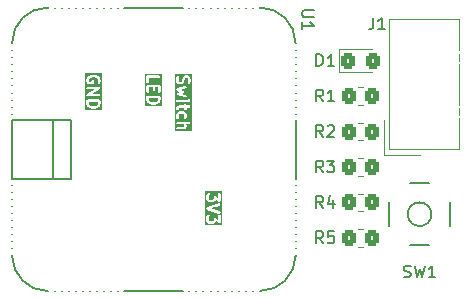
<source format=gbr>
G04 #@! TF.GenerationSoftware,KiCad,Pcbnew,7.0.8*
G04 #@! TF.CreationDate,2023-11-15T13:15:02+05:30*
G04 #@! TF.ProjectId,m5-atom-carrier-board,6d352d61-746f-46d2-9d63-617272696572,1*
G04 #@! TF.SameCoordinates,Original*
G04 #@! TF.FileFunction,Legend,Top*
G04 #@! TF.FilePolarity,Positive*
%FSLAX46Y46*%
G04 Gerber Fmt 4.6, Leading zero omitted, Abs format (unit mm)*
G04 Created by KiCad (PCBNEW 7.0.8) date 2023-11-15 13:15:02*
%MOMM*%
%LPD*%
G01*
G04 APERTURE LIST*
G04 Aperture macros list*
%AMRoundRect*
0 Rectangle with rounded corners*
0 $1 Rounding radius*
0 $2 $3 $4 $5 $6 $7 $8 $9 X,Y pos of 4 corners*
0 Add a 4 corners polygon primitive as box body*
4,1,4,$2,$3,$4,$5,$6,$7,$8,$9,$2,$3,0*
0 Add four circle primitives for the rounded corners*
1,1,$1+$1,$2,$3*
1,1,$1+$1,$4,$5*
1,1,$1+$1,$6,$7*
1,1,$1+$1,$8,$9*
0 Add four rect primitives between the rounded corners*
20,1,$1+$1,$2,$3,$4,$5,0*
20,1,$1+$1,$4,$5,$6,$7,0*
20,1,$1+$1,$6,$7,$8,$9,0*
20,1,$1+$1,$8,$9,$2,$3,0*%
G04 Aperture macros list end*
%ADD10C,0.200000*%
%ADD11C,0.150000*%
%ADD12C,0.120000*%
%ADD13RoundRect,0.250000X-0.350000X-0.450000X0.350000X-0.450000X0.350000X0.450000X-0.350000X0.450000X0*%
%ADD14RoundRect,0.250000X-0.325000X-0.450000X0.325000X-0.450000X0.325000X0.450000X-0.325000X0.450000X0*%
%ADD15RoundRect,0.250000X0.350000X0.450000X-0.350000X0.450000X-0.350000X-0.450000X0.350000X-0.450000X0*%
%ADD16R,1.800000X1.800000*%
%ADD17C,1.800000*%
%ADD18R,1.524000X1.524000*%
%ADD19C,1.524000*%
%ADD20R,1.100000X1.800000*%
G04 APERTURE END LIST*
D10*
G36*
X98291637Y-68945863D02*
G01*
X96805923Y-68945863D01*
X96805923Y-68512530D01*
X96948780Y-68512530D01*
X96955904Y-68534456D01*
X96959338Y-68557252D01*
X97006958Y-68652490D01*
X97018330Y-68664036D01*
X97025689Y-68678479D01*
X97073308Y-68726097D01*
X97087749Y-68733455D01*
X97099298Y-68744830D01*
X97194535Y-68792449D01*
X97217333Y-68795882D01*
X97239257Y-68803006D01*
X97477352Y-68803006D01*
X97499275Y-68795882D01*
X97522073Y-68792449D01*
X97617311Y-68744830D01*
X97628858Y-68733456D01*
X97643301Y-68726098D01*
X97690919Y-68678479D01*
X97698277Y-68664037D01*
X97709652Y-68652489D01*
X97749076Y-68573641D01*
X97982930Y-68778264D01*
X98001517Y-68786225D01*
X98017878Y-68798112D01*
X98029270Y-68798112D01*
X98039741Y-68802597D01*
X98059460Y-68798112D01*
X98079682Y-68798112D01*
X98088897Y-68791416D01*
X98100006Y-68788890D01*
X98113323Y-68773670D01*
X98129682Y-68761785D01*
X98133201Y-68750951D01*
X98140704Y-68742378D01*
X98142531Y-68722235D01*
X98148780Y-68703006D01*
X98148780Y-68083959D01*
X98129682Y-68025180D01*
X98079682Y-67988853D01*
X98017878Y-67988853D01*
X97967878Y-68025180D01*
X97948780Y-68083959D01*
X97948780Y-68482628D01*
X97733678Y-68294415D01*
X97715090Y-68286453D01*
X97698730Y-68274567D01*
X97687338Y-68274567D01*
X97676867Y-68270082D01*
X97657148Y-68274567D01*
X97636926Y-68274567D01*
X97627710Y-68281262D01*
X97616603Y-68283789D01*
X97603286Y-68299007D01*
X97586926Y-68310894D01*
X97583406Y-68321727D01*
X97575904Y-68330301D01*
X97574076Y-68350443D01*
X97567828Y-68369673D01*
X97567828Y-68488923D01*
X97538023Y-68548532D01*
X97513354Y-68573200D01*
X97453745Y-68603006D01*
X97262864Y-68603006D01*
X97203254Y-68573201D01*
X97178583Y-68548530D01*
X97148780Y-68488923D01*
X97148780Y-68250422D01*
X97178583Y-68190815D01*
X97214729Y-68154670D01*
X97242788Y-68099603D01*
X97233120Y-68038560D01*
X97189418Y-67994858D01*
X97128375Y-67985190D01*
X97073308Y-68013249D01*
X97025689Y-68060867D01*
X97018330Y-68075309D01*
X97006958Y-68086856D01*
X96959338Y-68182094D01*
X96955904Y-68204889D01*
X96948780Y-68226816D01*
X96948780Y-68512530D01*
X96805923Y-68512530D01*
X96805923Y-67513289D01*
X96948782Y-67513289D01*
X96958318Y-67541898D01*
X96967434Y-67570693D01*
X96968075Y-67571166D01*
X96968327Y-67571921D01*
X96992878Y-67589475D01*
X97017157Y-67607398D01*
X98017157Y-67940731D01*
X98078959Y-67941201D01*
X98129233Y-67905254D01*
X98148777Y-67846622D01*
X98130126Y-67787700D01*
X98080402Y-67750995D01*
X97365007Y-67512530D01*
X98080402Y-67274065D01*
X98130126Y-67237360D01*
X98148777Y-67178438D01*
X98129233Y-67119806D01*
X98078959Y-67083859D01*
X98017157Y-67084329D01*
X97017157Y-67417662D01*
X96992878Y-67435584D01*
X96968327Y-67453139D01*
X96968075Y-67453893D01*
X96967434Y-67454367D01*
X96958318Y-67483161D01*
X96948782Y-67511771D01*
X96949022Y-67512530D01*
X96948782Y-67513289D01*
X96805923Y-67513289D01*
X96805923Y-66703006D01*
X96948780Y-66703006D01*
X96955904Y-66724932D01*
X96959338Y-66747728D01*
X97006958Y-66842966D01*
X97018330Y-66854512D01*
X97025689Y-66868955D01*
X97073308Y-66916573D01*
X97087749Y-66923931D01*
X97099298Y-66935306D01*
X97194535Y-66982925D01*
X97217333Y-66986358D01*
X97239257Y-66993482D01*
X97477352Y-66993482D01*
X97499275Y-66986358D01*
X97522073Y-66982925D01*
X97617311Y-66935306D01*
X97628858Y-66923932D01*
X97643301Y-66916574D01*
X97690919Y-66868955D01*
X97698277Y-66854513D01*
X97709652Y-66842965D01*
X97749076Y-66764117D01*
X97982930Y-66968740D01*
X98001517Y-66976701D01*
X98017878Y-66988588D01*
X98029270Y-66988588D01*
X98039741Y-66993073D01*
X98059460Y-66988588D01*
X98079682Y-66988588D01*
X98088897Y-66981892D01*
X98100006Y-66979366D01*
X98113323Y-66964146D01*
X98129682Y-66952261D01*
X98133201Y-66941427D01*
X98140704Y-66932854D01*
X98142531Y-66912711D01*
X98148780Y-66893482D01*
X98148780Y-66274435D01*
X98129682Y-66215656D01*
X98079682Y-66179329D01*
X98017878Y-66179329D01*
X97967878Y-66215656D01*
X97948780Y-66274435D01*
X97948780Y-66673104D01*
X97733678Y-66484891D01*
X97715090Y-66476929D01*
X97698730Y-66465043D01*
X97687338Y-66465043D01*
X97676867Y-66460558D01*
X97657148Y-66465043D01*
X97636926Y-66465043D01*
X97627710Y-66471738D01*
X97616603Y-66474265D01*
X97603286Y-66489483D01*
X97586926Y-66501370D01*
X97583406Y-66512203D01*
X97575904Y-66520777D01*
X97574076Y-66540919D01*
X97567828Y-66560149D01*
X97567828Y-66679399D01*
X97538023Y-66739008D01*
X97513354Y-66763676D01*
X97453745Y-66793482D01*
X97262864Y-66793482D01*
X97203254Y-66763677D01*
X97178583Y-66739006D01*
X97148780Y-66679399D01*
X97148780Y-66440898D01*
X97178583Y-66381291D01*
X97214729Y-66345146D01*
X97242788Y-66290079D01*
X97233120Y-66229036D01*
X97189418Y-66185334D01*
X97128375Y-66175666D01*
X97073308Y-66203725D01*
X97025689Y-66251343D01*
X97018330Y-66265785D01*
X97006958Y-66277332D01*
X96959338Y-66372570D01*
X96955904Y-66395365D01*
X96948780Y-66417292D01*
X96948780Y-66703006D01*
X96805923Y-66703006D01*
X96805923Y-66032809D01*
X98291637Y-66032809D01*
X98291637Y-68945863D01*
G37*
G36*
X92868780Y-58275827D02*
G01*
X92833758Y-58380891D01*
X92766686Y-58447963D01*
X92695780Y-58483416D01*
X92527899Y-58525387D01*
X92409661Y-58525387D01*
X92241780Y-58483416D01*
X92170875Y-58447964D01*
X92103802Y-58380891D01*
X92068780Y-58275826D01*
X92068780Y-58153959D01*
X92868780Y-58153959D01*
X92868780Y-58275827D01*
G37*
G36*
X93211637Y-58868244D02*
G01*
X91725923Y-58868244D01*
X91725923Y-58292054D01*
X91868780Y-58292054D01*
X91873788Y-58307469D01*
X91873912Y-58323677D01*
X91921532Y-58466535D01*
X91935223Y-58485081D01*
X91945689Y-58505622D01*
X92040927Y-58600860D01*
X92055369Y-58608218D01*
X92066917Y-58619592D01*
X92162154Y-58667211D01*
X92173175Y-58668871D01*
X92182622Y-58674782D01*
X92373098Y-58722401D01*
X92385514Y-58721540D01*
X92397352Y-58725387D01*
X92540209Y-58725387D01*
X92552046Y-58721540D01*
X92564463Y-58722401D01*
X92754938Y-58674782D01*
X92764384Y-58668871D01*
X92775406Y-58667211D01*
X92870644Y-58619592D01*
X92882191Y-58608218D01*
X92896634Y-58600860D01*
X92991872Y-58505622D01*
X93002338Y-58485080D01*
X93016029Y-58466534D01*
X93063648Y-58323677D01*
X93063771Y-58307469D01*
X93068780Y-58292054D01*
X93068780Y-58053959D01*
X93063886Y-58038896D01*
X93063886Y-58023057D01*
X93054576Y-58010243D01*
X93049682Y-57995180D01*
X93036868Y-57985870D01*
X93027559Y-57973057D01*
X93012495Y-57968162D01*
X92999682Y-57958853D01*
X92983843Y-57958853D01*
X92968780Y-57953959D01*
X91968780Y-57953959D01*
X91953717Y-57958853D01*
X91937878Y-57958853D01*
X91925064Y-57968162D01*
X91910001Y-57973057D01*
X91900691Y-57985870D01*
X91887878Y-57995180D01*
X91882983Y-58010243D01*
X91873674Y-58023057D01*
X91873674Y-58038896D01*
X91868780Y-58053959D01*
X91868780Y-58292054D01*
X91725923Y-58292054D01*
X91725923Y-57625387D01*
X91868780Y-57625387D01*
X91887878Y-57684166D01*
X91937878Y-57720493D01*
X91999682Y-57720493D01*
X92049682Y-57684166D01*
X92068780Y-57625387D01*
X92068780Y-57249197D01*
X92392590Y-57249197D01*
X92392590Y-57482530D01*
X92411688Y-57541309D01*
X92461688Y-57577636D01*
X92523492Y-57577636D01*
X92573492Y-57541309D01*
X92592590Y-57482530D01*
X92592590Y-57249197D01*
X92868780Y-57249197D01*
X92868780Y-57625387D01*
X92887878Y-57684166D01*
X92937878Y-57720493D01*
X92999682Y-57720493D01*
X93049682Y-57684166D01*
X93068780Y-57625387D01*
X93068780Y-57149197D01*
X93063886Y-57134134D01*
X93063886Y-57118295D01*
X93054576Y-57105481D01*
X93049682Y-57090418D01*
X93036868Y-57081108D01*
X93027559Y-57068295D01*
X93012495Y-57063400D01*
X92999682Y-57054091D01*
X92983843Y-57054091D01*
X92968780Y-57049197D01*
X91968780Y-57049197D01*
X91953717Y-57054091D01*
X91937878Y-57054091D01*
X91925064Y-57063400D01*
X91910001Y-57068295D01*
X91900691Y-57081108D01*
X91887878Y-57090418D01*
X91882983Y-57105481D01*
X91873674Y-57118295D01*
X91873674Y-57134134D01*
X91868780Y-57149197D01*
X91868780Y-57625387D01*
X91725923Y-57625387D01*
X91725923Y-56815863D01*
X91868780Y-56815863D01*
X91887878Y-56874642D01*
X91937878Y-56910969D01*
X91999682Y-56910969D01*
X92049682Y-56874642D01*
X92068780Y-56815863D01*
X92068780Y-56439673D01*
X92968780Y-56439673D01*
X93027559Y-56420575D01*
X93063886Y-56370575D01*
X93063886Y-56308771D01*
X93027559Y-56258771D01*
X92968780Y-56239673D01*
X91968780Y-56239673D01*
X91953717Y-56244567D01*
X91937878Y-56244567D01*
X91925064Y-56253876D01*
X91910001Y-56258771D01*
X91900691Y-56271584D01*
X91887878Y-56280894D01*
X91882983Y-56295957D01*
X91873674Y-56308771D01*
X91873674Y-56324610D01*
X91868780Y-56339673D01*
X91868780Y-56815863D01*
X91725923Y-56815863D01*
X91725923Y-56096816D01*
X93211637Y-56096816D01*
X93211637Y-58868244D01*
G37*
G36*
X87788780Y-58609160D02*
G01*
X87753758Y-58714224D01*
X87686686Y-58781296D01*
X87615780Y-58816749D01*
X87447899Y-58858720D01*
X87329661Y-58858720D01*
X87161780Y-58816749D01*
X87090875Y-58781297D01*
X87023802Y-58714224D01*
X86988780Y-58609159D01*
X86988780Y-58487292D01*
X87788780Y-58487292D01*
X87788780Y-58609160D01*
G37*
G36*
X88131637Y-59201577D02*
G01*
X86645923Y-59201577D01*
X86645923Y-58625387D01*
X86788780Y-58625387D01*
X86793788Y-58640802D01*
X86793912Y-58657010D01*
X86841532Y-58799868D01*
X86855223Y-58818414D01*
X86865689Y-58838955D01*
X86960927Y-58934193D01*
X86975369Y-58941551D01*
X86986917Y-58952925D01*
X87082154Y-59000544D01*
X87093175Y-59002204D01*
X87102622Y-59008115D01*
X87293098Y-59055734D01*
X87305514Y-59054873D01*
X87317352Y-59058720D01*
X87460209Y-59058720D01*
X87472046Y-59054873D01*
X87484463Y-59055734D01*
X87674938Y-59008115D01*
X87684384Y-59002204D01*
X87695406Y-59000544D01*
X87790644Y-58952925D01*
X87802191Y-58941551D01*
X87816634Y-58934193D01*
X87911872Y-58838955D01*
X87922338Y-58818413D01*
X87936029Y-58799867D01*
X87983648Y-58657010D01*
X87983771Y-58640802D01*
X87988780Y-58625387D01*
X87988780Y-58387292D01*
X87983886Y-58372229D01*
X87983886Y-58356390D01*
X87974576Y-58343576D01*
X87969682Y-58328513D01*
X87956868Y-58319203D01*
X87947559Y-58306390D01*
X87932495Y-58301495D01*
X87919682Y-58292186D01*
X87903843Y-58292186D01*
X87888780Y-58287292D01*
X86888780Y-58287292D01*
X86873717Y-58292186D01*
X86857878Y-58292186D01*
X86845064Y-58301495D01*
X86830001Y-58306390D01*
X86820691Y-58319203D01*
X86807878Y-58328513D01*
X86802983Y-58343576D01*
X86793674Y-58356390D01*
X86793674Y-58372229D01*
X86788780Y-58387292D01*
X86788780Y-58625387D01*
X86645923Y-58625387D01*
X86645923Y-57931456D01*
X86790873Y-57931456D01*
X86793674Y-57936357D01*
X86793674Y-57942003D01*
X86808785Y-57962802D01*
X86821537Y-57985117D01*
X86826682Y-57987435D01*
X86830001Y-57992003D01*
X86854447Y-57999946D01*
X86877884Y-58010506D01*
X86883411Y-58009356D01*
X86888780Y-58011101D01*
X87888780Y-58011101D01*
X87947559Y-57992003D01*
X87983886Y-57942003D01*
X87983886Y-57880199D01*
X87947559Y-57830199D01*
X87888780Y-57811101D01*
X87265336Y-57811101D01*
X87938394Y-57426497D01*
X87942189Y-57422319D01*
X87947559Y-57420575D01*
X87962670Y-57399776D01*
X87979953Y-57380753D01*
X87980568Y-57375141D01*
X87983886Y-57370575D01*
X87983886Y-57344871D01*
X87986687Y-57319318D01*
X87983886Y-57314416D01*
X87983886Y-57308771D01*
X87968777Y-57287975D01*
X87956024Y-57265657D01*
X87950877Y-57263337D01*
X87947559Y-57258771D01*
X87923113Y-57250828D01*
X87899676Y-57240268D01*
X87894148Y-57241417D01*
X87888780Y-57239673D01*
X86888780Y-57239673D01*
X86830001Y-57258771D01*
X86793674Y-57308771D01*
X86793674Y-57370575D01*
X86830001Y-57420575D01*
X86888780Y-57439673D01*
X87512224Y-57439673D01*
X86839166Y-57824277D01*
X86835370Y-57828454D01*
X86830001Y-57830199D01*
X86814889Y-57850997D01*
X86797607Y-57870021D01*
X86796991Y-57875632D01*
X86793674Y-57880199D01*
X86793674Y-57905902D01*
X86790873Y-57931456D01*
X86645923Y-57931456D01*
X86645923Y-56720625D01*
X86788780Y-56720625D01*
X86793788Y-56736040D01*
X86793912Y-56752248D01*
X86841532Y-56895106D01*
X86855223Y-56913652D01*
X86865689Y-56934193D01*
X86913308Y-56981811D01*
X86920496Y-56985473D01*
X86925240Y-56992003D01*
X86947512Y-56999239D01*
X86968375Y-57009870D01*
X86976345Y-57008607D01*
X86984019Y-57011101D01*
X87317352Y-57011101D01*
X87332415Y-57006207D01*
X87348254Y-57006207D01*
X87361067Y-56996897D01*
X87376131Y-56992003D01*
X87385440Y-56979189D01*
X87398254Y-56969880D01*
X87403148Y-56954816D01*
X87412458Y-56942003D01*
X87412458Y-56926163D01*
X87417352Y-56911101D01*
X87417352Y-56720625D01*
X87398254Y-56661846D01*
X87348254Y-56625519D01*
X87286450Y-56625519D01*
X87236450Y-56661846D01*
X87217352Y-56720625D01*
X87217352Y-56811101D01*
X87025441Y-56811101D01*
X87023802Y-56809462D01*
X86988780Y-56704397D01*
X86988780Y-56641614D01*
X87023802Y-56536549D01*
X87090875Y-56469477D01*
X87161780Y-56434024D01*
X87329661Y-56392054D01*
X87447899Y-56392054D01*
X87615780Y-56434024D01*
X87686686Y-56469477D01*
X87753758Y-56536549D01*
X87788780Y-56641613D01*
X87788780Y-56744637D01*
X87751718Y-56818761D01*
X87742513Y-56879875D01*
X87770989Y-56934728D01*
X87826268Y-56962367D01*
X87887235Y-56952236D01*
X87930604Y-56908203D01*
X87978223Y-56812966D01*
X87981656Y-56790167D01*
X87988780Y-56768244D01*
X87988780Y-56625387D01*
X87983771Y-56609971D01*
X87983648Y-56593764D01*
X87936029Y-56450907D01*
X87922338Y-56432360D01*
X87911872Y-56411819D01*
X87816634Y-56316581D01*
X87802191Y-56309222D01*
X87790644Y-56297849D01*
X87695406Y-56250230D01*
X87684384Y-56248569D01*
X87674938Y-56242659D01*
X87484463Y-56195040D01*
X87472046Y-56195900D01*
X87460209Y-56192054D01*
X87317352Y-56192054D01*
X87305514Y-56195900D01*
X87293098Y-56195040D01*
X87102622Y-56242659D01*
X87093175Y-56248569D01*
X87082154Y-56250230D01*
X86986917Y-56297849D01*
X86975369Y-56309222D01*
X86960927Y-56316581D01*
X86865689Y-56411819D01*
X86855223Y-56432359D01*
X86841532Y-56450906D01*
X86793912Y-56593764D01*
X86793788Y-56609971D01*
X86788780Y-56625387D01*
X86788780Y-56720625D01*
X86645923Y-56720625D01*
X86645923Y-56049197D01*
X88131637Y-56049197D01*
X88131637Y-59201577D01*
G37*
G36*
X95751637Y-60965863D02*
G01*
X94265923Y-60965863D01*
X94265923Y-60753908D01*
X94413674Y-60753908D01*
X94450001Y-60803908D01*
X94508780Y-60823006D01*
X95032590Y-60823006D01*
X95054513Y-60815882D01*
X95077311Y-60812449D01*
X95172549Y-60764830D01*
X95173115Y-60764271D01*
X95173902Y-60764141D01*
X95195079Y-60742638D01*
X95216582Y-60721461D01*
X95216712Y-60720674D01*
X95217271Y-60720108D01*
X95264890Y-60624871D01*
X95268323Y-60602072D01*
X95275447Y-60580149D01*
X95275447Y-60437292D01*
X95268323Y-60415368D01*
X95265171Y-60394435D01*
X95508780Y-60394435D01*
X95567559Y-60375337D01*
X95603886Y-60325337D01*
X95603886Y-60263533D01*
X95567559Y-60213533D01*
X95508780Y-60194435D01*
X94508780Y-60194435D01*
X94450001Y-60213533D01*
X94413674Y-60263533D01*
X94413674Y-60325337D01*
X94450001Y-60375337D01*
X94508780Y-60394435D01*
X95038788Y-60394435D01*
X95045642Y-60401289D01*
X95075447Y-60460899D01*
X95075447Y-60556542D01*
X95053292Y-60600850D01*
X95008983Y-60623006D01*
X94508780Y-60623006D01*
X94450001Y-60642104D01*
X94413674Y-60692104D01*
X94413674Y-60753908D01*
X94265923Y-60753908D01*
X94265923Y-59770625D01*
X94408780Y-59770625D01*
X94415904Y-59792551D01*
X94419338Y-59815347D01*
X94466958Y-59910585D01*
X94510327Y-59954618D01*
X94571294Y-59964748D01*
X94626573Y-59937108D01*
X94655048Y-59882255D01*
X94645842Y-59821141D01*
X94608780Y-59747018D01*
X94608780Y-59603755D01*
X94638583Y-59544148D01*
X94663254Y-59519477D01*
X94722864Y-59489673D01*
X94961364Y-59489673D01*
X95020973Y-59519478D01*
X95045642Y-59544146D01*
X95075447Y-59603756D01*
X95075447Y-59747018D01*
X95038385Y-59821142D01*
X95029180Y-59882256D01*
X95057656Y-59937109D01*
X95112935Y-59964748D01*
X95173902Y-59954617D01*
X95217271Y-59910584D01*
X95264890Y-59815347D01*
X95268323Y-59792548D01*
X95275447Y-59770625D01*
X95275447Y-59580149D01*
X95268323Y-59558225D01*
X95264890Y-59535427D01*
X95217271Y-59440190D01*
X95205896Y-59428641D01*
X95198538Y-59414200D01*
X95150920Y-59366581D01*
X95136477Y-59359222D01*
X95124930Y-59347849D01*
X95029692Y-59300230D01*
X95006894Y-59296796D01*
X94984971Y-59289673D01*
X94699257Y-59289673D01*
X94677333Y-59296796D01*
X94654535Y-59300230D01*
X94559298Y-59347849D01*
X94547749Y-59359223D01*
X94533308Y-59366582D01*
X94485689Y-59414200D01*
X94478330Y-59428642D01*
X94466958Y-59440189D01*
X94419338Y-59535427D01*
X94415904Y-59558222D01*
X94408780Y-59580149D01*
X94408780Y-59770625D01*
X94265923Y-59770625D01*
X94265923Y-59103958D01*
X94408780Y-59103958D01*
X94427878Y-59162737D01*
X94477878Y-59199064D01*
X94539682Y-59199064D01*
X94589682Y-59162737D01*
X94608780Y-59103958D01*
X94608780Y-59032326D01*
X94630934Y-58988018D01*
X94675245Y-58965863D01*
X95075447Y-58965863D01*
X95075447Y-59103958D01*
X95094545Y-59162737D01*
X95144545Y-59199064D01*
X95206349Y-59199064D01*
X95256349Y-59162737D01*
X95275447Y-59103958D01*
X95275447Y-58965863D01*
X95508780Y-58965863D01*
X95567559Y-58946765D01*
X95603886Y-58896765D01*
X95603886Y-58834961D01*
X95567559Y-58784961D01*
X95508780Y-58765863D01*
X95275447Y-58765863D01*
X95275447Y-58723006D01*
X95256349Y-58664227D01*
X95206349Y-58627900D01*
X95144545Y-58627900D01*
X95094545Y-58664227D01*
X95075447Y-58723006D01*
X95075447Y-58765863D01*
X94651638Y-58765863D01*
X94629714Y-58772986D01*
X94606916Y-58776420D01*
X94511679Y-58824039D01*
X94511113Y-58824596D01*
X94510327Y-58824727D01*
X94489148Y-58846229D01*
X94467646Y-58867408D01*
X94467515Y-58868194D01*
X94466958Y-58868760D01*
X94419338Y-58963998D01*
X94415904Y-58986793D01*
X94408780Y-59008720D01*
X94408780Y-59103958D01*
X94265923Y-59103958D01*
X94265923Y-58420575D01*
X94413674Y-58420575D01*
X94450001Y-58470575D01*
X94508780Y-58489673D01*
X95175447Y-58489673D01*
X95234226Y-58470575D01*
X95270553Y-58420575D01*
X95270553Y-58405316D01*
X95314773Y-58405316D01*
X95318436Y-58412505D01*
X95318436Y-58420575D01*
X95323178Y-58427102D01*
X95324441Y-58435072D01*
X95335640Y-58446271D01*
X95342831Y-58460384D01*
X95390450Y-58508002D01*
X95404561Y-58515192D01*
X95415762Y-58526393D01*
X95431405Y-58528870D01*
X95445517Y-58536061D01*
X95461160Y-58533583D01*
X95476804Y-58536061D01*
X95490916Y-58528870D01*
X95506560Y-58526393D01*
X95517759Y-58515193D01*
X95531872Y-58508003D01*
X95579490Y-58460384D01*
X95586680Y-58446272D01*
X95597881Y-58435072D01*
X95599143Y-58427103D01*
X95603886Y-58420575D01*
X95603886Y-58412505D01*
X95607549Y-58405317D01*
X95605071Y-58389673D01*
X95607549Y-58374029D01*
X95603886Y-58366840D01*
X95603886Y-58358771D01*
X95599143Y-58352242D01*
X95597881Y-58344274D01*
X95586680Y-58333073D01*
X95579490Y-58318962D01*
X95531872Y-58271343D01*
X95517759Y-58264152D01*
X95506560Y-58252953D01*
X95490916Y-58250475D01*
X95476804Y-58243285D01*
X95461160Y-58245762D01*
X95445517Y-58243285D01*
X95431405Y-58250475D01*
X95415762Y-58252953D01*
X95404561Y-58264153D01*
X95390450Y-58271344D01*
X95342831Y-58318962D01*
X95335640Y-58333074D01*
X95324441Y-58344274D01*
X95323178Y-58352243D01*
X95318436Y-58358771D01*
X95318436Y-58366840D01*
X95314773Y-58374030D01*
X95317250Y-58389673D01*
X95314773Y-58405316D01*
X95270553Y-58405316D01*
X95270553Y-58358771D01*
X95234226Y-58308771D01*
X95175447Y-58289673D01*
X94508780Y-58289673D01*
X94450001Y-58308771D01*
X94413674Y-58358771D01*
X94413674Y-58420575D01*
X94265923Y-58420575D01*
X94265923Y-57821829D01*
X94408844Y-57821829D01*
X94409391Y-57823327D01*
X94409000Y-57824874D01*
X94419935Y-57852212D01*
X94430037Y-57879885D01*
X94431360Y-57880775D01*
X94431953Y-57882257D01*
X94456896Y-57897964D01*
X94481308Y-57914396D01*
X95147975Y-58104872D01*
X95209739Y-58102657D01*
X95258404Y-58064561D01*
X95275383Y-58005135D01*
X95254190Y-57947079D01*
X95202919Y-57912568D01*
X94817516Y-57802453D01*
X95022110Y-57720616D01*
X95040996Y-57704879D01*
X95061798Y-57691781D01*
X95064337Y-57685431D01*
X95069592Y-57681054D01*
X95075621Y-57657221D01*
X95084751Y-57634398D01*
X95083073Y-57627768D01*
X95084751Y-57621138D01*
X95075621Y-57598314D01*
X95069592Y-57574482D01*
X95064337Y-57570104D01*
X95061798Y-57563755D01*
X95040996Y-57550656D01*
X95022110Y-57534920D01*
X94817516Y-57453082D01*
X95202919Y-57342968D01*
X95254190Y-57308457D01*
X95275383Y-57250401D01*
X95258404Y-57190975D01*
X95209739Y-57152879D01*
X95147975Y-57150664D01*
X94481308Y-57341140D01*
X94456896Y-57357571D01*
X94431953Y-57373279D01*
X94431360Y-57374760D01*
X94430037Y-57375651D01*
X94419935Y-57403323D01*
X94409000Y-57430662D01*
X94409391Y-57432208D01*
X94408844Y-57433707D01*
X94416935Y-57462026D01*
X94424159Y-57490578D01*
X94425384Y-57491599D01*
X94425823Y-57493133D01*
X94449018Y-57511290D01*
X94471641Y-57530140D01*
X94715711Y-57627768D01*
X94471641Y-57725396D01*
X94449018Y-57744245D01*
X94425823Y-57762403D01*
X94425384Y-57763936D01*
X94424159Y-57764958D01*
X94416935Y-57793509D01*
X94408844Y-57821829D01*
X94265923Y-57821829D01*
X94265923Y-56723006D01*
X94408780Y-56723006D01*
X94415904Y-56744932D01*
X94419338Y-56767728D01*
X94466958Y-56862966D01*
X94478330Y-56874512D01*
X94485689Y-56888955D01*
X94533308Y-56936573D01*
X94547749Y-56943931D01*
X94559298Y-56955306D01*
X94654535Y-57002925D01*
X94677333Y-57006358D01*
X94699257Y-57013482D01*
X94794495Y-57013482D01*
X94816418Y-57006358D01*
X94839216Y-57002925D01*
X94934454Y-56955306D01*
X94946001Y-56943932D01*
X94960444Y-56936574D01*
X95008062Y-56888955D01*
X95015420Y-56874513D01*
X95026795Y-56862965D01*
X95074414Y-56767728D01*
X95076074Y-56756706D01*
X95081985Y-56747260D01*
X95126941Y-56567434D01*
X95162395Y-56496527D01*
X95187063Y-56471858D01*
X95246673Y-56442054D01*
X95294697Y-56442054D01*
X95354306Y-56471859D01*
X95378975Y-56496527D01*
X95408780Y-56556137D01*
X95408780Y-56754398D01*
X95366293Y-56881859D01*
X95365823Y-56943661D01*
X95401770Y-56993935D01*
X95460402Y-57013480D01*
X95519324Y-56994828D01*
X95556029Y-56945105D01*
X95603648Y-56802248D01*
X95603771Y-56786040D01*
X95608780Y-56770625D01*
X95608780Y-56532530D01*
X95601656Y-56510606D01*
X95598223Y-56487808D01*
X95550604Y-56392571D01*
X95539229Y-56381022D01*
X95531871Y-56366581D01*
X95484253Y-56318962D01*
X95469810Y-56311603D01*
X95458263Y-56300230D01*
X95363025Y-56252611D01*
X95340227Y-56249177D01*
X95318304Y-56242054D01*
X95223066Y-56242054D01*
X95201142Y-56249177D01*
X95178344Y-56252611D01*
X95083107Y-56300230D01*
X95071558Y-56311604D01*
X95057117Y-56318963D01*
X95009498Y-56366581D01*
X95002139Y-56381023D01*
X94990766Y-56392571D01*
X94943147Y-56487809D01*
X94941486Y-56498830D01*
X94935576Y-56508277D01*
X94890619Y-56688101D01*
X94855166Y-56759008D01*
X94830497Y-56783676D01*
X94770888Y-56813482D01*
X94722864Y-56813482D01*
X94663254Y-56783677D01*
X94638583Y-56759006D01*
X94608780Y-56699399D01*
X94608780Y-56501138D01*
X94651268Y-56373677D01*
X94651738Y-56311875D01*
X94615792Y-56261601D01*
X94557160Y-56242056D01*
X94498238Y-56260707D01*
X94461532Y-56310430D01*
X94413912Y-56453288D01*
X94413788Y-56469495D01*
X94408780Y-56484911D01*
X94408780Y-56723006D01*
X94265923Y-56723006D01*
X94265923Y-56099197D01*
X95751637Y-56099197D01*
X95751637Y-60965863D01*
G37*
D11*
X106833333Y-64454819D02*
X106500000Y-63978628D01*
X106261905Y-64454819D02*
X106261905Y-63454819D01*
X106261905Y-63454819D02*
X106642857Y-63454819D01*
X106642857Y-63454819D02*
X106738095Y-63502438D01*
X106738095Y-63502438D02*
X106785714Y-63550057D01*
X106785714Y-63550057D02*
X106833333Y-63645295D01*
X106833333Y-63645295D02*
X106833333Y-63788152D01*
X106833333Y-63788152D02*
X106785714Y-63883390D01*
X106785714Y-63883390D02*
X106738095Y-63931009D01*
X106738095Y-63931009D02*
X106642857Y-63978628D01*
X106642857Y-63978628D02*
X106261905Y-63978628D01*
X107166667Y-63454819D02*
X107785714Y-63454819D01*
X107785714Y-63454819D02*
X107452381Y-63835771D01*
X107452381Y-63835771D02*
X107595238Y-63835771D01*
X107595238Y-63835771D02*
X107690476Y-63883390D01*
X107690476Y-63883390D02*
X107738095Y-63931009D01*
X107738095Y-63931009D02*
X107785714Y-64026247D01*
X107785714Y-64026247D02*
X107785714Y-64264342D01*
X107785714Y-64264342D02*
X107738095Y-64359580D01*
X107738095Y-64359580D02*
X107690476Y-64407200D01*
X107690476Y-64407200D02*
X107595238Y-64454819D01*
X107595238Y-64454819D02*
X107309524Y-64454819D01*
X107309524Y-64454819D02*
X107214286Y-64407200D01*
X107214286Y-64407200D02*
X107166667Y-64359580D01*
X106261905Y-55454819D02*
X106261905Y-54454819D01*
X106261905Y-54454819D02*
X106500000Y-54454819D01*
X106500000Y-54454819D02*
X106642857Y-54502438D01*
X106642857Y-54502438D02*
X106738095Y-54597676D01*
X106738095Y-54597676D02*
X106785714Y-54692914D01*
X106785714Y-54692914D02*
X106833333Y-54883390D01*
X106833333Y-54883390D02*
X106833333Y-55026247D01*
X106833333Y-55026247D02*
X106785714Y-55216723D01*
X106785714Y-55216723D02*
X106738095Y-55311961D01*
X106738095Y-55311961D02*
X106642857Y-55407200D01*
X106642857Y-55407200D02*
X106500000Y-55454819D01*
X106500000Y-55454819D02*
X106261905Y-55454819D01*
X107785714Y-55454819D02*
X107214286Y-55454819D01*
X107500000Y-55454819D02*
X107500000Y-54454819D01*
X107500000Y-54454819D02*
X107404762Y-54597676D01*
X107404762Y-54597676D02*
X107309524Y-54692914D01*
X107309524Y-54692914D02*
X107214286Y-54740533D01*
X106833333Y-70454819D02*
X106500000Y-69978628D01*
X106261905Y-70454819D02*
X106261905Y-69454819D01*
X106261905Y-69454819D02*
X106642857Y-69454819D01*
X106642857Y-69454819D02*
X106738095Y-69502438D01*
X106738095Y-69502438D02*
X106785714Y-69550057D01*
X106785714Y-69550057D02*
X106833333Y-69645295D01*
X106833333Y-69645295D02*
X106833333Y-69788152D01*
X106833333Y-69788152D02*
X106785714Y-69883390D01*
X106785714Y-69883390D02*
X106738095Y-69931009D01*
X106738095Y-69931009D02*
X106642857Y-69978628D01*
X106642857Y-69978628D02*
X106261905Y-69978628D01*
X107738095Y-69454819D02*
X107261905Y-69454819D01*
X107261905Y-69454819D02*
X107214286Y-69931009D01*
X107214286Y-69931009D02*
X107261905Y-69883390D01*
X107261905Y-69883390D02*
X107357143Y-69835771D01*
X107357143Y-69835771D02*
X107595238Y-69835771D01*
X107595238Y-69835771D02*
X107690476Y-69883390D01*
X107690476Y-69883390D02*
X107738095Y-69931009D01*
X107738095Y-69931009D02*
X107785714Y-70026247D01*
X107785714Y-70026247D02*
X107785714Y-70264342D01*
X107785714Y-70264342D02*
X107738095Y-70359580D01*
X107738095Y-70359580D02*
X107690476Y-70407200D01*
X107690476Y-70407200D02*
X107595238Y-70454819D01*
X107595238Y-70454819D02*
X107357143Y-70454819D01*
X107357143Y-70454819D02*
X107261905Y-70407200D01*
X107261905Y-70407200D02*
X107214286Y-70359580D01*
X106833333Y-61454819D02*
X106500000Y-60978628D01*
X106261905Y-61454819D02*
X106261905Y-60454819D01*
X106261905Y-60454819D02*
X106642857Y-60454819D01*
X106642857Y-60454819D02*
X106738095Y-60502438D01*
X106738095Y-60502438D02*
X106785714Y-60550057D01*
X106785714Y-60550057D02*
X106833333Y-60645295D01*
X106833333Y-60645295D02*
X106833333Y-60788152D01*
X106833333Y-60788152D02*
X106785714Y-60883390D01*
X106785714Y-60883390D02*
X106738095Y-60931009D01*
X106738095Y-60931009D02*
X106642857Y-60978628D01*
X106642857Y-60978628D02*
X106261905Y-60978628D01*
X107214286Y-60550057D02*
X107261905Y-60502438D01*
X107261905Y-60502438D02*
X107357143Y-60454819D01*
X107357143Y-60454819D02*
X107595238Y-60454819D01*
X107595238Y-60454819D02*
X107690476Y-60502438D01*
X107690476Y-60502438D02*
X107738095Y-60550057D01*
X107738095Y-60550057D02*
X107785714Y-60645295D01*
X107785714Y-60645295D02*
X107785714Y-60740533D01*
X107785714Y-60740533D02*
X107738095Y-60883390D01*
X107738095Y-60883390D02*
X107166667Y-61454819D01*
X107166667Y-61454819D02*
X107785714Y-61454819D01*
X106045180Y-50738095D02*
X105235657Y-50738095D01*
X105235657Y-50738095D02*
X105140419Y-50785714D01*
X105140419Y-50785714D02*
X105092800Y-50833333D01*
X105092800Y-50833333D02*
X105045180Y-50928571D01*
X105045180Y-50928571D02*
X105045180Y-51119047D01*
X105045180Y-51119047D02*
X105092800Y-51214285D01*
X105092800Y-51214285D02*
X105140419Y-51261904D01*
X105140419Y-51261904D02*
X105235657Y-51309523D01*
X105235657Y-51309523D02*
X106045180Y-51309523D01*
X105045180Y-52309523D02*
X105045180Y-51738095D01*
X105045180Y-52023809D02*
X106045180Y-52023809D01*
X106045180Y-52023809D02*
X105902323Y-51928571D01*
X105902323Y-51928571D02*
X105807085Y-51833333D01*
X105807085Y-51833333D02*
X105759466Y-51738095D01*
X111066666Y-51354819D02*
X111066666Y-52069104D01*
X111066666Y-52069104D02*
X111019047Y-52211961D01*
X111019047Y-52211961D02*
X110923809Y-52307200D01*
X110923809Y-52307200D02*
X110780952Y-52354819D01*
X110780952Y-52354819D02*
X110685714Y-52354819D01*
X112066666Y-52354819D02*
X111495238Y-52354819D01*
X111780952Y-52354819D02*
X111780952Y-51354819D01*
X111780952Y-51354819D02*
X111685714Y-51497676D01*
X111685714Y-51497676D02*
X111590476Y-51592914D01*
X111590476Y-51592914D02*
X111495238Y-51640533D01*
X106833333Y-58454819D02*
X106500000Y-57978628D01*
X106261905Y-58454819D02*
X106261905Y-57454819D01*
X106261905Y-57454819D02*
X106642857Y-57454819D01*
X106642857Y-57454819D02*
X106738095Y-57502438D01*
X106738095Y-57502438D02*
X106785714Y-57550057D01*
X106785714Y-57550057D02*
X106833333Y-57645295D01*
X106833333Y-57645295D02*
X106833333Y-57788152D01*
X106833333Y-57788152D02*
X106785714Y-57883390D01*
X106785714Y-57883390D02*
X106738095Y-57931009D01*
X106738095Y-57931009D02*
X106642857Y-57978628D01*
X106642857Y-57978628D02*
X106261905Y-57978628D01*
X107785714Y-58454819D02*
X107214286Y-58454819D01*
X107500000Y-58454819D02*
X107500000Y-57454819D01*
X107500000Y-57454819D02*
X107404762Y-57597676D01*
X107404762Y-57597676D02*
X107309524Y-57692914D01*
X107309524Y-57692914D02*
X107214286Y-57740533D01*
X106833333Y-67454819D02*
X106500000Y-66978628D01*
X106261905Y-67454819D02*
X106261905Y-66454819D01*
X106261905Y-66454819D02*
X106642857Y-66454819D01*
X106642857Y-66454819D02*
X106738095Y-66502438D01*
X106738095Y-66502438D02*
X106785714Y-66550057D01*
X106785714Y-66550057D02*
X106833333Y-66645295D01*
X106833333Y-66645295D02*
X106833333Y-66788152D01*
X106833333Y-66788152D02*
X106785714Y-66883390D01*
X106785714Y-66883390D02*
X106738095Y-66931009D01*
X106738095Y-66931009D02*
X106642857Y-66978628D01*
X106642857Y-66978628D02*
X106261905Y-66978628D01*
X107690476Y-66788152D02*
X107690476Y-67454819D01*
X107452381Y-66407200D02*
X107214286Y-67121485D01*
X107214286Y-67121485D02*
X107833333Y-67121485D01*
X113666667Y-73307200D02*
X113809524Y-73354819D01*
X113809524Y-73354819D02*
X114047619Y-73354819D01*
X114047619Y-73354819D02*
X114142857Y-73307200D01*
X114142857Y-73307200D02*
X114190476Y-73259580D01*
X114190476Y-73259580D02*
X114238095Y-73164342D01*
X114238095Y-73164342D02*
X114238095Y-73069104D01*
X114238095Y-73069104D02*
X114190476Y-72973866D01*
X114190476Y-72973866D02*
X114142857Y-72926247D01*
X114142857Y-72926247D02*
X114047619Y-72878628D01*
X114047619Y-72878628D02*
X113857143Y-72831009D01*
X113857143Y-72831009D02*
X113761905Y-72783390D01*
X113761905Y-72783390D02*
X113714286Y-72735771D01*
X113714286Y-72735771D02*
X113666667Y-72640533D01*
X113666667Y-72640533D02*
X113666667Y-72545295D01*
X113666667Y-72545295D02*
X113714286Y-72450057D01*
X113714286Y-72450057D02*
X113761905Y-72402438D01*
X113761905Y-72402438D02*
X113857143Y-72354819D01*
X113857143Y-72354819D02*
X114095238Y-72354819D01*
X114095238Y-72354819D02*
X114238095Y-72402438D01*
X114571429Y-72354819D02*
X114809524Y-73354819D01*
X114809524Y-73354819D02*
X115000000Y-72640533D01*
X115000000Y-72640533D02*
X115190476Y-73354819D01*
X115190476Y-73354819D02*
X115428572Y-72354819D01*
X116333333Y-73354819D02*
X115761905Y-73354819D01*
X116047619Y-73354819D02*
X116047619Y-72354819D01*
X116047619Y-72354819D02*
X115952381Y-72497676D01*
X115952381Y-72497676D02*
X115857143Y-72592914D01*
X115857143Y-72592914D02*
X115761905Y-72640533D01*
D12*
X109772936Y-63265000D02*
X110227064Y-63265000D01*
X109772936Y-64735000D02*
X110227064Y-64735000D01*
X108140000Y-54040000D02*
X108140000Y-55960000D01*
X108140000Y-55960000D02*
X111000000Y-55960000D01*
X111000000Y-54040000D02*
X108140000Y-54040000D01*
X110227064Y-70735000D02*
X109772936Y-70735000D01*
X110227064Y-69265000D02*
X109772936Y-69265000D01*
X110227064Y-61735000D02*
X109772936Y-61735000D01*
X110227064Y-60265000D02*
X109772936Y-60265000D01*
D11*
X101500000Y-50500000D02*
X101500000Y-50500000D01*
X100900000Y-50500000D02*
X100900000Y-50500000D01*
X100300000Y-50500000D02*
X100300000Y-50500000D01*
X99700000Y-50500000D02*
X99700000Y-50500000D01*
X99100000Y-50500000D02*
X99100000Y-50500000D01*
X98500000Y-50500000D02*
X98500000Y-50500000D01*
X97900000Y-50500000D02*
X97900000Y-50500000D01*
X97300000Y-50500000D02*
X97300000Y-50500000D01*
X96700000Y-50500000D02*
X96700000Y-50500000D01*
X96100000Y-50500000D02*
X96100000Y-50500000D01*
X95500000Y-50500000D02*
X95500000Y-50500000D01*
X94900000Y-50500000D02*
X94900000Y-50500000D01*
X94300000Y-50500000D02*
X94300000Y-50500000D01*
X93700000Y-50500000D02*
X93700000Y-50500000D01*
X93100000Y-50500000D02*
X93100000Y-50500000D01*
X92500000Y-50500000D02*
X92500000Y-50500000D01*
X91900000Y-50500000D02*
X91900000Y-50500000D01*
X91300000Y-50500000D02*
X91300000Y-50500000D01*
X90700000Y-50500000D02*
X90700000Y-50500000D01*
X90100000Y-50500000D02*
X90100000Y-50500000D01*
X89500000Y-50500000D02*
X89500000Y-50500000D01*
X88900000Y-50500000D02*
X88900000Y-50500000D01*
X88300000Y-50500000D02*
X88300000Y-50500000D01*
X87700000Y-50500000D02*
X87700000Y-50500000D01*
X87100000Y-50500000D02*
X87100000Y-50500000D01*
X86500000Y-50500000D02*
X86500000Y-50500000D01*
X85900000Y-50500000D02*
X85900000Y-50500000D01*
X85300000Y-50500000D02*
X85300000Y-50500000D01*
X84700000Y-50500000D02*
X84700000Y-50500000D01*
X84100000Y-50500000D02*
X84100000Y-50500000D01*
X83500000Y-50500000D02*
X83500000Y-50500000D01*
X90000000Y-50500000D02*
X95000000Y-50500000D01*
X80500000Y-53500000D02*
X80500000Y-53500000D01*
X80500000Y-54100000D02*
X80500000Y-54100000D01*
X80500000Y-54700000D02*
X80500000Y-54700000D01*
X80500000Y-55300000D02*
X80500000Y-55300000D01*
X80500000Y-55900000D02*
X80500000Y-55900000D01*
X80500000Y-56500000D02*
X80500000Y-56500000D01*
X80500000Y-57100000D02*
X80500000Y-57100000D01*
X80500000Y-57700000D02*
X80500000Y-57700000D01*
X80500000Y-58300000D02*
X80500000Y-58300000D01*
X80500000Y-58900000D02*
X80500000Y-58900000D01*
X80500000Y-59500000D02*
X80500000Y-59500000D01*
X80500000Y-60100000D02*
X80500000Y-60100000D01*
X80500000Y-60700000D02*
X80500000Y-60700000D01*
X80500000Y-61300000D02*
X80500000Y-61300000D01*
X80500000Y-61900000D02*
X80500000Y-61900000D01*
X80500000Y-62500000D02*
X80500000Y-62500000D01*
X80500000Y-63100000D02*
X80500000Y-63100000D01*
X80500000Y-63700000D02*
X80500000Y-63700000D01*
X80500000Y-64300000D02*
X80500000Y-64300000D01*
X80500000Y-64900000D02*
X80500000Y-64900000D01*
X80500000Y-65500000D02*
X80500000Y-65500000D01*
X80500000Y-66100000D02*
X80500000Y-66100000D01*
X80500000Y-66700000D02*
X80500000Y-66700000D01*
X80500000Y-67300000D02*
X80500000Y-67300000D01*
X80500000Y-67900000D02*
X80500000Y-67900000D01*
X80500000Y-68500000D02*
X80500000Y-68500000D01*
X80500000Y-69100000D02*
X80500000Y-69100000D01*
X80500000Y-69700000D02*
X80500000Y-69700000D01*
X80500000Y-70300000D02*
X80500000Y-70300000D01*
X80500000Y-70900000D02*
X80500000Y-70900000D01*
X80500000Y-71500000D02*
X80500000Y-71500000D01*
X104500000Y-60000000D02*
X104500000Y-65000000D01*
X84000000Y-60000000D02*
X84000000Y-65000000D01*
X104500000Y-71500000D02*
X104500000Y-71500000D01*
X104500000Y-70900000D02*
X104500000Y-70900000D01*
X104500000Y-70300000D02*
X104500000Y-70300000D01*
X104500000Y-69700000D02*
X104500000Y-69700000D01*
X104500000Y-69100000D02*
X104500000Y-69100000D01*
X104500000Y-68500000D02*
X104500000Y-68500000D01*
X104500000Y-67900000D02*
X104500000Y-67900000D01*
X104500000Y-67300000D02*
X104500000Y-67300000D01*
X104500000Y-66700000D02*
X104500000Y-66700000D01*
X104500000Y-66100000D02*
X104500000Y-66100000D01*
X104500000Y-65500000D02*
X104500000Y-65500000D01*
X104500000Y-64900000D02*
X104500000Y-64900000D01*
X104500000Y-64300000D02*
X104500000Y-64300000D01*
X104500000Y-63700000D02*
X104500000Y-63700000D01*
X104500000Y-63100000D02*
X104500000Y-63100000D01*
X104500000Y-62500000D02*
X104500000Y-62500000D01*
X104500000Y-61900000D02*
X104500000Y-61900000D01*
X104500000Y-61300000D02*
X104500000Y-61300000D01*
X104500000Y-60700000D02*
X104500000Y-60700000D01*
X104500000Y-60100000D02*
X104500000Y-60100000D01*
X104500000Y-59500000D02*
X104500000Y-59500000D01*
X104500000Y-58900000D02*
X104500000Y-58900000D01*
X104500000Y-58300000D02*
X104500000Y-58300000D01*
X104500000Y-57700000D02*
X104500000Y-57700000D01*
X104500000Y-57100000D02*
X104500000Y-57100000D01*
X104500000Y-56500000D02*
X104500000Y-56500000D01*
X104500000Y-55900000D02*
X104500000Y-55900000D01*
X104500000Y-55300000D02*
X104500000Y-55300000D01*
X104500000Y-54700000D02*
X104500000Y-54700000D01*
X104500000Y-54100000D02*
X104500000Y-54100000D01*
X104500000Y-53500000D02*
X104500000Y-53500000D01*
X90000000Y-74500000D02*
X95000000Y-74500000D01*
X83500000Y-74500000D02*
X83500000Y-74500000D01*
X84100000Y-74500000D02*
X84100000Y-74500000D01*
X84700000Y-74500000D02*
X84700000Y-74500000D01*
X85300000Y-74500000D02*
X85300000Y-74500000D01*
X85900000Y-74500000D02*
X85900000Y-74500000D01*
X86500000Y-74500000D02*
X86500000Y-74500000D01*
X87100000Y-74500000D02*
X87100000Y-74500000D01*
X87700000Y-74500000D02*
X87700000Y-74500000D01*
X88300000Y-74500000D02*
X88300000Y-74500000D01*
X88900000Y-74500000D02*
X88900000Y-74500000D01*
X89500000Y-74500000D02*
X89500000Y-74500000D01*
X90100000Y-74500000D02*
X90100000Y-74500000D01*
X90700000Y-74500000D02*
X90700000Y-74500000D01*
X91300000Y-74500000D02*
X91300000Y-74500000D01*
X91900000Y-74500000D02*
X91900000Y-74500000D01*
X92500000Y-74500000D02*
X92500000Y-74500000D01*
X93100000Y-74500000D02*
X93100000Y-74500000D01*
X93700000Y-74500000D02*
X93700000Y-74500000D01*
X94300000Y-74500000D02*
X94300000Y-74500000D01*
X94900000Y-74500000D02*
X94900000Y-74500000D01*
X95500000Y-74500000D02*
X95500000Y-74500000D01*
X96100000Y-74500000D02*
X96100000Y-74500000D01*
X96700000Y-74500000D02*
X96700000Y-74500000D01*
X97300000Y-74500000D02*
X97300000Y-74500000D01*
X97900000Y-74500000D02*
X97900000Y-74500000D01*
X98500000Y-74500000D02*
X98500000Y-74500000D01*
X99100000Y-74500000D02*
X99100000Y-74500000D01*
X99700000Y-74500000D02*
X99700000Y-74500000D01*
X100300000Y-74500000D02*
X100300000Y-74500000D01*
X100900000Y-74500000D02*
X100900000Y-74500000D01*
X101500000Y-74500000D02*
X101500000Y-74500000D01*
X85500000Y-60000000D02*
X80500000Y-60000000D01*
X80500000Y-60000000D02*
X80500000Y-65000000D01*
X80500000Y-65000000D02*
X85500000Y-65000000D01*
X85500000Y-65000000D02*
X85500000Y-60000000D01*
X104500000Y-53500000D02*
G75*
G03*
X101500000Y-50500000I-3000001J-1D01*
G01*
X83500000Y-50500000D02*
G75*
G03*
X80500000Y-53500000I1J-3000001D01*
G01*
X101500000Y-74500000D02*
G75*
G03*
X104500000Y-71500000I0J3000000D01*
G01*
X80500000Y-71500000D02*
G75*
G03*
X83500000Y-74500000I3000000J0D01*
G01*
D12*
X118300000Y-62500000D02*
X118300000Y-59850000D01*
X118300000Y-62500000D02*
X112450000Y-62500000D01*
X118300000Y-59600000D02*
X118300000Y-59000000D01*
X118300000Y-58750000D02*
X118300000Y-55250000D01*
X118300000Y-55000000D02*
X118300000Y-54400000D01*
X118300000Y-54100000D02*
X118300000Y-51450000D01*
X118300000Y-51450000D02*
X112450000Y-51450000D01*
X115000000Y-63000000D02*
X112000000Y-63000000D01*
X112450000Y-62500000D02*
X112450000Y-51450000D01*
X112000000Y-63000000D02*
X112000000Y-60000000D01*
X109772936Y-57265000D02*
X110227064Y-57265000D01*
X109772936Y-58735000D02*
X110227064Y-58735000D01*
X110227064Y-67735000D02*
X109772936Y-67735000D01*
X110227064Y-66265000D02*
X109772936Y-66265000D01*
D11*
X115800000Y-70600000D02*
X114200000Y-70600000D01*
X112400000Y-69000000D02*
X112400000Y-67000000D01*
X117600000Y-69000000D02*
X117600000Y-67000000D01*
X115800000Y-65400000D02*
X114200000Y-65400000D01*
X116000000Y-68000000D02*
G75*
G03*
X116000000Y-68000000I-1000000J0D01*
G01*
%LPC*%
D13*
X109000000Y-64000000D03*
X111000000Y-64000000D03*
D14*
X108975000Y-55000000D03*
X111025000Y-55000000D03*
D15*
X111000000Y-70000000D03*
X109000000Y-70000000D03*
X111000000Y-61000000D03*
X109000000Y-61000000D03*
D16*
X95040000Y-54880000D03*
D17*
X92500000Y-54880000D03*
X89960000Y-54880000D03*
X87420000Y-54880000D03*
X87420000Y-70120000D03*
X89960000Y-70120000D03*
X92500000Y-70120000D03*
X95040000Y-70120000D03*
X97580000Y-70120000D03*
D18*
X115000000Y-60000000D03*
D19*
X115000000Y-58000000D03*
X115000000Y-56000000D03*
X115000000Y-54000000D03*
D13*
X109000000Y-58000000D03*
X111000000Y-58000000D03*
D15*
X111000000Y-67000000D03*
X109000000Y-67000000D03*
D20*
X113150000Y-71100000D03*
X113150000Y-64900000D03*
X116850000Y-71100000D03*
X116850000Y-64900000D03*
%LPD*%
M02*

</source>
